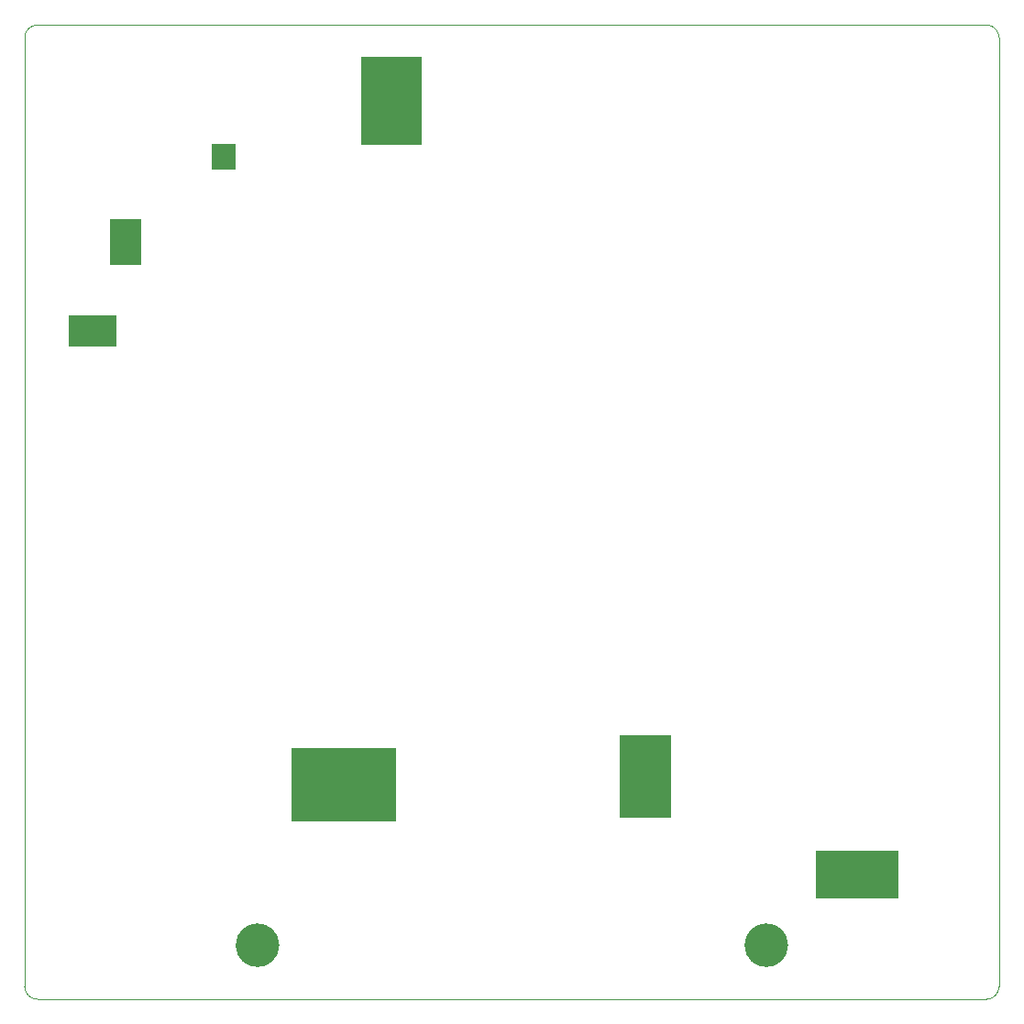
<source format=gbr>
G04*
G04 #@! TF.GenerationSoftware,Altium Limited,Altium Designer,24.9.1 (31)*
G04*
G04 Layer_Color=16711935*
%FSLAX44Y44*%
%MOMM*%
G71*
G04*
G04 #@! TF.SameCoordinates,95152EAB-924E-4990-96F7-4EF775BF21D2*
G04*
G04*
G04 #@! TF.FilePolarity,Positive*
G04*
G01*
G75*
%ADD191C,0.0500*%
%ADD193C,2.0000*%
%ADD194R,2.9000X4.3000*%
%ADD195R,2.2000X2.4000*%
%ADD196R,4.7000X7.6000*%
%ADD197R,4.5000X3.0000*%
%ADD198R,5.7000X8.2000*%
%ADD199R,7.6000X4.4000*%
%ADD200R,9.7000X6.8000*%
D191*
X12000Y900000D02*
G03*
X0Y888000I0J-12000D01*
G01*
X888000Y0D02*
G03*
X900000Y12000I0J12000D01*
G01*
Y888000D02*
G03*
X888000Y900000I-12000J0D01*
G01*
X0Y12000D02*
G03*
X12000Y0I12000J0D01*
G01*
X888000D01*
X12000Y900000D02*
X888000D01*
X900000Y12000D02*
Y888000D01*
X0Y12000D02*
Y888000D01*
D193*
X225000Y50000D02*
G03*
X225000Y50000I-10000J0D01*
G01*
X695000D02*
G03*
X695000Y50000I-10000J0D01*
G01*
D02*
G03*
X695000Y50000I-10000J0D01*
G01*
X225000D02*
G03*
X225000Y50000I-10000J0D01*
G01*
D194*
X93500Y699500D02*
D03*
D195*
X184000Y778000D02*
D03*
D196*
X573500Y206000D02*
D03*
D197*
X62500Y617000D02*
D03*
D198*
X338500Y830000D02*
D03*
D199*
X769000Y115000D02*
D03*
D200*
X294500Y198000D02*
D03*
M02*

</source>
